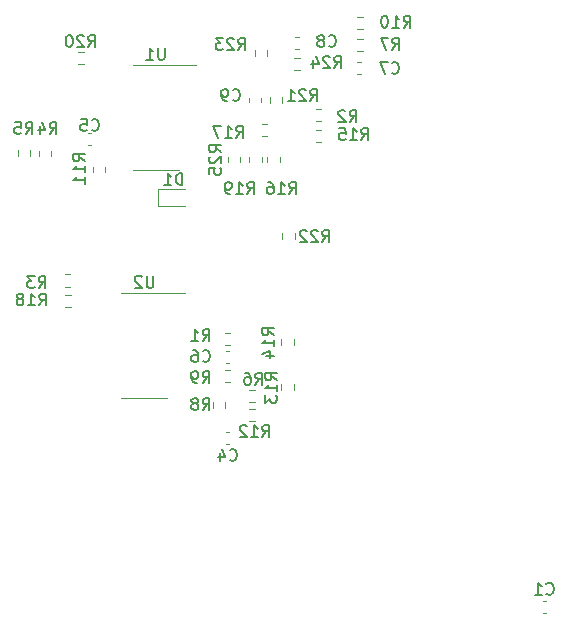
<source format=gbr>
%TF.GenerationSoftware,KiCad,Pcbnew,(7.0.0)*%
%TF.CreationDate,2024-02-24T11:01:10-08:00*%
%TF.ProjectId,Bottom_Board,426f7474-6f6d-45f4-926f-6172642e6b69,0*%
%TF.SameCoordinates,Original*%
%TF.FileFunction,Legend,Bot*%
%TF.FilePolarity,Positive*%
%FSLAX46Y46*%
G04 Gerber Fmt 4.6, Leading zero omitted, Abs format (unit mm)*
G04 Created by KiCad (PCBNEW (7.0.0)) date 2024-02-24 11:01:10*
%MOMM*%
%LPD*%
G01*
G04 APERTURE LIST*
%ADD10C,0.150000*%
%ADD11C,0.120000*%
G04 APERTURE END LIST*
D10*
%TO.C,R19*%
X128912857Y-98411380D02*
X129246190Y-97935190D01*
X129484285Y-98411380D02*
X129484285Y-97411380D01*
X129484285Y-97411380D02*
X129103333Y-97411380D01*
X129103333Y-97411380D02*
X129008095Y-97459000D01*
X129008095Y-97459000D02*
X128960476Y-97506619D01*
X128960476Y-97506619D02*
X128912857Y-97601857D01*
X128912857Y-97601857D02*
X128912857Y-97744714D01*
X128912857Y-97744714D02*
X128960476Y-97839952D01*
X128960476Y-97839952D02*
X129008095Y-97887571D01*
X129008095Y-97887571D02*
X129103333Y-97935190D01*
X129103333Y-97935190D02*
X129484285Y-97935190D01*
X127960476Y-98411380D02*
X128531904Y-98411380D01*
X128246190Y-98411380D02*
X128246190Y-97411380D01*
X128246190Y-97411380D02*
X128341428Y-97554238D01*
X128341428Y-97554238D02*
X128436666Y-97649476D01*
X128436666Y-97649476D02*
X128531904Y-97697095D01*
X127484285Y-98411380D02*
X127293809Y-98411380D01*
X127293809Y-98411380D02*
X127198571Y-98363761D01*
X127198571Y-98363761D02*
X127150952Y-98316142D01*
X127150952Y-98316142D02*
X127055714Y-98173285D01*
X127055714Y-98173285D02*
X127008095Y-97982809D01*
X127008095Y-97982809D02*
X127008095Y-97601857D01*
X127008095Y-97601857D02*
X127055714Y-97506619D01*
X127055714Y-97506619D02*
X127103333Y-97459000D01*
X127103333Y-97459000D02*
X127198571Y-97411380D01*
X127198571Y-97411380D02*
X127389047Y-97411380D01*
X127389047Y-97411380D02*
X127484285Y-97459000D01*
X127484285Y-97459000D02*
X127531904Y-97506619D01*
X127531904Y-97506619D02*
X127579523Y-97601857D01*
X127579523Y-97601857D02*
X127579523Y-97839952D01*
X127579523Y-97839952D02*
X127531904Y-97935190D01*
X127531904Y-97935190D02*
X127484285Y-97982809D01*
X127484285Y-97982809D02*
X127389047Y-98030428D01*
X127389047Y-98030428D02*
X127198571Y-98030428D01*
X127198571Y-98030428D02*
X127103333Y-97982809D01*
X127103333Y-97982809D02*
X127055714Y-97935190D01*
X127055714Y-97935190D02*
X127008095Y-97839952D01*
%TO.C,R11*%
X115175380Y-95623142D02*
X114699190Y-95289809D01*
X115175380Y-95051714D02*
X114175380Y-95051714D01*
X114175380Y-95051714D02*
X114175380Y-95432666D01*
X114175380Y-95432666D02*
X114223000Y-95527904D01*
X114223000Y-95527904D02*
X114270619Y-95575523D01*
X114270619Y-95575523D02*
X114365857Y-95623142D01*
X114365857Y-95623142D02*
X114508714Y-95623142D01*
X114508714Y-95623142D02*
X114603952Y-95575523D01*
X114603952Y-95575523D02*
X114651571Y-95527904D01*
X114651571Y-95527904D02*
X114699190Y-95432666D01*
X114699190Y-95432666D02*
X114699190Y-95051714D01*
X115175380Y-96575523D02*
X115175380Y-96004095D01*
X115175380Y-96289809D02*
X114175380Y-96289809D01*
X114175380Y-96289809D02*
X114318238Y-96194571D01*
X114318238Y-96194571D02*
X114413476Y-96099333D01*
X114413476Y-96099333D02*
X114461095Y-96004095D01*
X115175380Y-97527904D02*
X115175380Y-96956476D01*
X115175380Y-97242190D02*
X114175380Y-97242190D01*
X114175380Y-97242190D02*
X114318238Y-97146952D01*
X114318238Y-97146952D02*
X114413476Y-97051714D01*
X114413476Y-97051714D02*
X114461095Y-96956476D01*
%TO.C,C4*%
X127420666Y-120922142D02*
X127468285Y-120969761D01*
X127468285Y-120969761D02*
X127611142Y-121017380D01*
X127611142Y-121017380D02*
X127706380Y-121017380D01*
X127706380Y-121017380D02*
X127849237Y-120969761D01*
X127849237Y-120969761D02*
X127944475Y-120874523D01*
X127944475Y-120874523D02*
X127992094Y-120779285D01*
X127992094Y-120779285D02*
X128039713Y-120588809D01*
X128039713Y-120588809D02*
X128039713Y-120445952D01*
X128039713Y-120445952D02*
X127992094Y-120255476D01*
X127992094Y-120255476D02*
X127944475Y-120160238D01*
X127944475Y-120160238D02*
X127849237Y-120065000D01*
X127849237Y-120065000D02*
X127706380Y-120017380D01*
X127706380Y-120017380D02*
X127611142Y-120017380D01*
X127611142Y-120017380D02*
X127468285Y-120065000D01*
X127468285Y-120065000D02*
X127420666Y-120112619D01*
X126563523Y-120350714D02*
X126563523Y-121017380D01*
X126801618Y-119969761D02*
X127039713Y-120684047D01*
X127039713Y-120684047D02*
X126420666Y-120684047D01*
%TO.C,R22*%
X135262857Y-102475380D02*
X135596190Y-101999190D01*
X135834285Y-102475380D02*
X135834285Y-101475380D01*
X135834285Y-101475380D02*
X135453333Y-101475380D01*
X135453333Y-101475380D02*
X135358095Y-101523000D01*
X135358095Y-101523000D02*
X135310476Y-101570619D01*
X135310476Y-101570619D02*
X135262857Y-101665857D01*
X135262857Y-101665857D02*
X135262857Y-101808714D01*
X135262857Y-101808714D02*
X135310476Y-101903952D01*
X135310476Y-101903952D02*
X135358095Y-101951571D01*
X135358095Y-101951571D02*
X135453333Y-101999190D01*
X135453333Y-101999190D02*
X135834285Y-101999190D01*
X134881904Y-101570619D02*
X134834285Y-101523000D01*
X134834285Y-101523000D02*
X134739047Y-101475380D01*
X134739047Y-101475380D02*
X134500952Y-101475380D01*
X134500952Y-101475380D02*
X134405714Y-101523000D01*
X134405714Y-101523000D02*
X134358095Y-101570619D01*
X134358095Y-101570619D02*
X134310476Y-101665857D01*
X134310476Y-101665857D02*
X134310476Y-101761095D01*
X134310476Y-101761095D02*
X134358095Y-101903952D01*
X134358095Y-101903952D02*
X134929523Y-102475380D01*
X134929523Y-102475380D02*
X134310476Y-102475380D01*
X133929523Y-101570619D02*
X133881904Y-101523000D01*
X133881904Y-101523000D02*
X133786666Y-101475380D01*
X133786666Y-101475380D02*
X133548571Y-101475380D01*
X133548571Y-101475380D02*
X133453333Y-101523000D01*
X133453333Y-101523000D02*
X133405714Y-101570619D01*
X133405714Y-101570619D02*
X133358095Y-101665857D01*
X133358095Y-101665857D02*
X133358095Y-101761095D01*
X133358095Y-101761095D02*
X133405714Y-101903952D01*
X133405714Y-101903952D02*
X133977142Y-102475380D01*
X133977142Y-102475380D02*
X133358095Y-102475380D01*
%TO.C,C8*%
X135802666Y-85870142D02*
X135850285Y-85917761D01*
X135850285Y-85917761D02*
X135993142Y-85965380D01*
X135993142Y-85965380D02*
X136088380Y-85965380D01*
X136088380Y-85965380D02*
X136231237Y-85917761D01*
X136231237Y-85917761D02*
X136326475Y-85822523D01*
X136326475Y-85822523D02*
X136374094Y-85727285D01*
X136374094Y-85727285D02*
X136421713Y-85536809D01*
X136421713Y-85536809D02*
X136421713Y-85393952D01*
X136421713Y-85393952D02*
X136374094Y-85203476D01*
X136374094Y-85203476D02*
X136326475Y-85108238D01*
X136326475Y-85108238D02*
X136231237Y-85013000D01*
X136231237Y-85013000D02*
X136088380Y-84965380D01*
X136088380Y-84965380D02*
X135993142Y-84965380D01*
X135993142Y-84965380D02*
X135850285Y-85013000D01*
X135850285Y-85013000D02*
X135802666Y-85060619D01*
X135231237Y-85393952D02*
X135326475Y-85346333D01*
X135326475Y-85346333D02*
X135374094Y-85298714D01*
X135374094Y-85298714D02*
X135421713Y-85203476D01*
X135421713Y-85203476D02*
X135421713Y-85155857D01*
X135421713Y-85155857D02*
X135374094Y-85060619D01*
X135374094Y-85060619D02*
X135326475Y-85013000D01*
X135326475Y-85013000D02*
X135231237Y-84965380D01*
X135231237Y-84965380D02*
X135040761Y-84965380D01*
X135040761Y-84965380D02*
X134945523Y-85013000D01*
X134945523Y-85013000D02*
X134897904Y-85060619D01*
X134897904Y-85060619D02*
X134850285Y-85155857D01*
X134850285Y-85155857D02*
X134850285Y-85203476D01*
X134850285Y-85203476D02*
X134897904Y-85298714D01*
X134897904Y-85298714D02*
X134945523Y-85346333D01*
X134945523Y-85346333D02*
X135040761Y-85393952D01*
X135040761Y-85393952D02*
X135231237Y-85393952D01*
X135231237Y-85393952D02*
X135326475Y-85441571D01*
X135326475Y-85441571D02*
X135374094Y-85489190D01*
X135374094Y-85489190D02*
X135421713Y-85584428D01*
X135421713Y-85584428D02*
X135421713Y-85774904D01*
X135421713Y-85774904D02*
X135374094Y-85870142D01*
X135374094Y-85870142D02*
X135326475Y-85917761D01*
X135326475Y-85917761D02*
X135231237Y-85965380D01*
X135231237Y-85965380D02*
X135040761Y-85965380D01*
X135040761Y-85965380D02*
X134945523Y-85917761D01*
X134945523Y-85917761D02*
X134897904Y-85870142D01*
X134897904Y-85870142D02*
X134850285Y-85774904D01*
X134850285Y-85774904D02*
X134850285Y-85584428D01*
X134850285Y-85584428D02*
X134897904Y-85489190D01*
X134897904Y-85489190D02*
X134945523Y-85441571D01*
X134945523Y-85441571D02*
X135040761Y-85393952D01*
%TO.C,U1*%
X121919904Y-86035380D02*
X121919904Y-86844904D01*
X121919904Y-86844904D02*
X121872285Y-86940142D01*
X121872285Y-86940142D02*
X121824666Y-86987761D01*
X121824666Y-86987761D02*
X121729428Y-87035380D01*
X121729428Y-87035380D02*
X121538952Y-87035380D01*
X121538952Y-87035380D02*
X121443714Y-86987761D01*
X121443714Y-86987761D02*
X121396095Y-86940142D01*
X121396095Y-86940142D02*
X121348476Y-86844904D01*
X121348476Y-86844904D02*
X121348476Y-86035380D01*
X120348476Y-87035380D02*
X120919904Y-87035380D01*
X120634190Y-87035380D02*
X120634190Y-86035380D01*
X120634190Y-86035380D02*
X120729428Y-86178238D01*
X120729428Y-86178238D02*
X120824666Y-86273476D01*
X120824666Y-86273476D02*
X120919904Y-86321095D01*
%TO.C,R4*%
X112180666Y-93331380D02*
X112513999Y-92855190D01*
X112752094Y-93331380D02*
X112752094Y-92331380D01*
X112752094Y-92331380D02*
X112371142Y-92331380D01*
X112371142Y-92331380D02*
X112275904Y-92379000D01*
X112275904Y-92379000D02*
X112228285Y-92426619D01*
X112228285Y-92426619D02*
X112180666Y-92521857D01*
X112180666Y-92521857D02*
X112180666Y-92664714D01*
X112180666Y-92664714D02*
X112228285Y-92759952D01*
X112228285Y-92759952D02*
X112275904Y-92807571D01*
X112275904Y-92807571D02*
X112371142Y-92855190D01*
X112371142Y-92855190D02*
X112752094Y-92855190D01*
X111323523Y-92664714D02*
X111323523Y-93331380D01*
X111561618Y-92283761D02*
X111799713Y-92998047D01*
X111799713Y-92998047D02*
X111180666Y-92998047D01*
%TO.C,R14*%
X131177380Y-110355142D02*
X130701190Y-110021809D01*
X131177380Y-109783714D02*
X130177380Y-109783714D01*
X130177380Y-109783714D02*
X130177380Y-110164666D01*
X130177380Y-110164666D02*
X130225000Y-110259904D01*
X130225000Y-110259904D02*
X130272619Y-110307523D01*
X130272619Y-110307523D02*
X130367857Y-110355142D01*
X130367857Y-110355142D02*
X130510714Y-110355142D01*
X130510714Y-110355142D02*
X130605952Y-110307523D01*
X130605952Y-110307523D02*
X130653571Y-110259904D01*
X130653571Y-110259904D02*
X130701190Y-110164666D01*
X130701190Y-110164666D02*
X130701190Y-109783714D01*
X131177380Y-111307523D02*
X131177380Y-110736095D01*
X131177380Y-111021809D02*
X130177380Y-111021809D01*
X130177380Y-111021809D02*
X130320238Y-110926571D01*
X130320238Y-110926571D02*
X130415476Y-110831333D01*
X130415476Y-110831333D02*
X130463095Y-110736095D01*
X130510714Y-112164666D02*
X131177380Y-112164666D01*
X130129761Y-111926571D02*
X130844047Y-111688476D01*
X130844047Y-111688476D02*
X130844047Y-112307523D01*
%TO.C,R25*%
X126699380Y-94861142D02*
X126223190Y-94527809D01*
X126699380Y-94289714D02*
X125699380Y-94289714D01*
X125699380Y-94289714D02*
X125699380Y-94670666D01*
X125699380Y-94670666D02*
X125747000Y-94765904D01*
X125747000Y-94765904D02*
X125794619Y-94813523D01*
X125794619Y-94813523D02*
X125889857Y-94861142D01*
X125889857Y-94861142D02*
X126032714Y-94861142D01*
X126032714Y-94861142D02*
X126127952Y-94813523D01*
X126127952Y-94813523D02*
X126175571Y-94765904D01*
X126175571Y-94765904D02*
X126223190Y-94670666D01*
X126223190Y-94670666D02*
X126223190Y-94289714D01*
X125794619Y-95242095D02*
X125747000Y-95289714D01*
X125747000Y-95289714D02*
X125699380Y-95384952D01*
X125699380Y-95384952D02*
X125699380Y-95623047D01*
X125699380Y-95623047D02*
X125747000Y-95718285D01*
X125747000Y-95718285D02*
X125794619Y-95765904D01*
X125794619Y-95765904D02*
X125889857Y-95813523D01*
X125889857Y-95813523D02*
X125985095Y-95813523D01*
X125985095Y-95813523D02*
X126127952Y-95765904D01*
X126127952Y-95765904D02*
X126699380Y-95194476D01*
X126699380Y-95194476D02*
X126699380Y-95813523D01*
X125699380Y-96718285D02*
X125699380Y-96242095D01*
X125699380Y-96242095D02*
X126175571Y-96194476D01*
X126175571Y-96194476D02*
X126127952Y-96242095D01*
X126127952Y-96242095D02*
X126080333Y-96337333D01*
X126080333Y-96337333D02*
X126080333Y-96575428D01*
X126080333Y-96575428D02*
X126127952Y-96670666D01*
X126127952Y-96670666D02*
X126175571Y-96718285D01*
X126175571Y-96718285D02*
X126270809Y-96765904D01*
X126270809Y-96765904D02*
X126508904Y-96765904D01*
X126508904Y-96765904D02*
X126604142Y-96718285D01*
X126604142Y-96718285D02*
X126651761Y-96670666D01*
X126651761Y-96670666D02*
X126699380Y-96575428D01*
X126699380Y-96575428D02*
X126699380Y-96337333D01*
X126699380Y-96337333D02*
X126651761Y-96242095D01*
X126651761Y-96242095D02*
X126604142Y-96194476D01*
%TO.C,C1*%
X154230666Y-132242942D02*
X154278285Y-132290561D01*
X154278285Y-132290561D02*
X154421142Y-132338180D01*
X154421142Y-132338180D02*
X154516380Y-132338180D01*
X154516380Y-132338180D02*
X154659237Y-132290561D01*
X154659237Y-132290561D02*
X154754475Y-132195323D01*
X154754475Y-132195323D02*
X154802094Y-132100085D01*
X154802094Y-132100085D02*
X154849713Y-131909609D01*
X154849713Y-131909609D02*
X154849713Y-131766752D01*
X154849713Y-131766752D02*
X154802094Y-131576276D01*
X154802094Y-131576276D02*
X154754475Y-131481038D01*
X154754475Y-131481038D02*
X154659237Y-131385800D01*
X154659237Y-131385800D02*
X154516380Y-131338180D01*
X154516380Y-131338180D02*
X154421142Y-131338180D01*
X154421142Y-131338180D02*
X154278285Y-131385800D01*
X154278285Y-131385800D02*
X154230666Y-131433419D01*
X153278285Y-132338180D02*
X153849713Y-132338180D01*
X153563999Y-132338180D02*
X153563999Y-131338180D01*
X153563999Y-131338180D02*
X153659237Y-131481038D01*
X153659237Y-131481038D02*
X153754475Y-131576276D01*
X153754475Y-131576276D02*
X153849713Y-131623895D01*
%TO.C,U2*%
X120968904Y-105339380D02*
X120968904Y-106148904D01*
X120968904Y-106148904D02*
X120921285Y-106244142D01*
X120921285Y-106244142D02*
X120873666Y-106291761D01*
X120873666Y-106291761D02*
X120778428Y-106339380D01*
X120778428Y-106339380D02*
X120587952Y-106339380D01*
X120587952Y-106339380D02*
X120492714Y-106291761D01*
X120492714Y-106291761D02*
X120445095Y-106244142D01*
X120445095Y-106244142D02*
X120397476Y-106148904D01*
X120397476Y-106148904D02*
X120397476Y-105339380D01*
X119968904Y-105434619D02*
X119921285Y-105387000D01*
X119921285Y-105387000D02*
X119826047Y-105339380D01*
X119826047Y-105339380D02*
X119587952Y-105339380D01*
X119587952Y-105339380D02*
X119492714Y-105387000D01*
X119492714Y-105387000D02*
X119445095Y-105434619D01*
X119445095Y-105434619D02*
X119397476Y-105529857D01*
X119397476Y-105529857D02*
X119397476Y-105625095D01*
X119397476Y-105625095D02*
X119445095Y-105767952D01*
X119445095Y-105767952D02*
X120016523Y-106339380D01*
X120016523Y-106339380D02*
X119397476Y-106339380D01*
%TO.C,R12*%
X130182857Y-118985380D02*
X130516190Y-118509190D01*
X130754285Y-118985380D02*
X130754285Y-117985380D01*
X130754285Y-117985380D02*
X130373333Y-117985380D01*
X130373333Y-117985380D02*
X130278095Y-118033000D01*
X130278095Y-118033000D02*
X130230476Y-118080619D01*
X130230476Y-118080619D02*
X130182857Y-118175857D01*
X130182857Y-118175857D02*
X130182857Y-118318714D01*
X130182857Y-118318714D02*
X130230476Y-118413952D01*
X130230476Y-118413952D02*
X130278095Y-118461571D01*
X130278095Y-118461571D02*
X130373333Y-118509190D01*
X130373333Y-118509190D02*
X130754285Y-118509190D01*
X129230476Y-118985380D02*
X129801904Y-118985380D01*
X129516190Y-118985380D02*
X129516190Y-117985380D01*
X129516190Y-117985380D02*
X129611428Y-118128238D01*
X129611428Y-118128238D02*
X129706666Y-118223476D01*
X129706666Y-118223476D02*
X129801904Y-118271095D01*
X128849523Y-118080619D02*
X128801904Y-118033000D01*
X128801904Y-118033000D02*
X128706666Y-117985380D01*
X128706666Y-117985380D02*
X128468571Y-117985380D01*
X128468571Y-117985380D02*
X128373333Y-118033000D01*
X128373333Y-118033000D02*
X128325714Y-118080619D01*
X128325714Y-118080619D02*
X128278095Y-118175857D01*
X128278095Y-118175857D02*
X128278095Y-118271095D01*
X128278095Y-118271095D02*
X128325714Y-118413952D01*
X128325714Y-118413952D02*
X128897142Y-118985380D01*
X128897142Y-118985380D02*
X128278095Y-118985380D01*
%TO.C,R18*%
X111281467Y-107834780D02*
X111614800Y-107358590D01*
X111852895Y-107834780D02*
X111852895Y-106834780D01*
X111852895Y-106834780D02*
X111471943Y-106834780D01*
X111471943Y-106834780D02*
X111376705Y-106882400D01*
X111376705Y-106882400D02*
X111329086Y-106930019D01*
X111329086Y-106930019D02*
X111281467Y-107025257D01*
X111281467Y-107025257D02*
X111281467Y-107168114D01*
X111281467Y-107168114D02*
X111329086Y-107263352D01*
X111329086Y-107263352D02*
X111376705Y-107310971D01*
X111376705Y-107310971D02*
X111471943Y-107358590D01*
X111471943Y-107358590D02*
X111852895Y-107358590D01*
X110329086Y-107834780D02*
X110900514Y-107834780D01*
X110614800Y-107834780D02*
X110614800Y-106834780D01*
X110614800Y-106834780D02*
X110710038Y-106977638D01*
X110710038Y-106977638D02*
X110805276Y-107072876D01*
X110805276Y-107072876D02*
X110900514Y-107120495D01*
X109757657Y-107263352D02*
X109852895Y-107215733D01*
X109852895Y-107215733D02*
X109900514Y-107168114D01*
X109900514Y-107168114D02*
X109948133Y-107072876D01*
X109948133Y-107072876D02*
X109948133Y-107025257D01*
X109948133Y-107025257D02*
X109900514Y-106930019D01*
X109900514Y-106930019D02*
X109852895Y-106882400D01*
X109852895Y-106882400D02*
X109757657Y-106834780D01*
X109757657Y-106834780D02*
X109567181Y-106834780D01*
X109567181Y-106834780D02*
X109471943Y-106882400D01*
X109471943Y-106882400D02*
X109424324Y-106930019D01*
X109424324Y-106930019D02*
X109376705Y-107025257D01*
X109376705Y-107025257D02*
X109376705Y-107072876D01*
X109376705Y-107072876D02*
X109424324Y-107168114D01*
X109424324Y-107168114D02*
X109471943Y-107215733D01*
X109471943Y-107215733D02*
X109567181Y-107263352D01*
X109567181Y-107263352D02*
X109757657Y-107263352D01*
X109757657Y-107263352D02*
X109852895Y-107310971D01*
X109852895Y-107310971D02*
X109900514Y-107358590D01*
X109900514Y-107358590D02*
X109948133Y-107453828D01*
X109948133Y-107453828D02*
X109948133Y-107644304D01*
X109948133Y-107644304D02*
X109900514Y-107739542D01*
X109900514Y-107739542D02*
X109852895Y-107787161D01*
X109852895Y-107787161D02*
X109757657Y-107834780D01*
X109757657Y-107834780D02*
X109567181Y-107834780D01*
X109567181Y-107834780D02*
X109471943Y-107787161D01*
X109471943Y-107787161D02*
X109424324Y-107739542D01*
X109424324Y-107739542D02*
X109376705Y-107644304D01*
X109376705Y-107644304D02*
X109376705Y-107453828D01*
X109376705Y-107453828D02*
X109424324Y-107358590D01*
X109424324Y-107358590D02*
X109471943Y-107310971D01*
X109471943Y-107310971D02*
X109567181Y-107263352D01*
%TO.C,R10*%
X142152647Y-84320480D02*
X142485980Y-83844290D01*
X142724075Y-84320480D02*
X142724075Y-83320480D01*
X142724075Y-83320480D02*
X142343123Y-83320480D01*
X142343123Y-83320480D02*
X142247885Y-83368100D01*
X142247885Y-83368100D02*
X142200266Y-83415719D01*
X142200266Y-83415719D02*
X142152647Y-83510957D01*
X142152647Y-83510957D02*
X142152647Y-83653814D01*
X142152647Y-83653814D02*
X142200266Y-83749052D01*
X142200266Y-83749052D02*
X142247885Y-83796671D01*
X142247885Y-83796671D02*
X142343123Y-83844290D01*
X142343123Y-83844290D02*
X142724075Y-83844290D01*
X141200266Y-84320480D02*
X141771694Y-84320480D01*
X141485980Y-84320480D02*
X141485980Y-83320480D01*
X141485980Y-83320480D02*
X141581218Y-83463338D01*
X141581218Y-83463338D02*
X141676456Y-83558576D01*
X141676456Y-83558576D02*
X141771694Y-83606195D01*
X140581218Y-83320480D02*
X140485980Y-83320480D01*
X140485980Y-83320480D02*
X140390742Y-83368100D01*
X140390742Y-83368100D02*
X140343123Y-83415719D01*
X140343123Y-83415719D02*
X140295504Y-83510957D01*
X140295504Y-83510957D02*
X140247885Y-83701433D01*
X140247885Y-83701433D02*
X140247885Y-83939528D01*
X140247885Y-83939528D02*
X140295504Y-84130004D01*
X140295504Y-84130004D02*
X140343123Y-84225242D01*
X140343123Y-84225242D02*
X140390742Y-84272861D01*
X140390742Y-84272861D02*
X140485980Y-84320480D01*
X140485980Y-84320480D02*
X140581218Y-84320480D01*
X140581218Y-84320480D02*
X140676456Y-84272861D01*
X140676456Y-84272861D02*
X140724075Y-84225242D01*
X140724075Y-84225242D02*
X140771694Y-84130004D01*
X140771694Y-84130004D02*
X140819313Y-83939528D01*
X140819313Y-83939528D02*
X140819313Y-83701433D01*
X140819313Y-83701433D02*
X140771694Y-83510957D01*
X140771694Y-83510957D02*
X140724075Y-83415719D01*
X140724075Y-83415719D02*
X140676456Y-83368100D01*
X140676456Y-83368100D02*
X140581218Y-83320480D01*
%TO.C,R20*%
X115450857Y-85965380D02*
X115784190Y-85489190D01*
X116022285Y-85965380D02*
X116022285Y-84965380D01*
X116022285Y-84965380D02*
X115641333Y-84965380D01*
X115641333Y-84965380D02*
X115546095Y-85013000D01*
X115546095Y-85013000D02*
X115498476Y-85060619D01*
X115498476Y-85060619D02*
X115450857Y-85155857D01*
X115450857Y-85155857D02*
X115450857Y-85298714D01*
X115450857Y-85298714D02*
X115498476Y-85393952D01*
X115498476Y-85393952D02*
X115546095Y-85441571D01*
X115546095Y-85441571D02*
X115641333Y-85489190D01*
X115641333Y-85489190D02*
X116022285Y-85489190D01*
X115069904Y-85060619D02*
X115022285Y-85013000D01*
X115022285Y-85013000D02*
X114927047Y-84965380D01*
X114927047Y-84965380D02*
X114688952Y-84965380D01*
X114688952Y-84965380D02*
X114593714Y-85013000D01*
X114593714Y-85013000D02*
X114546095Y-85060619D01*
X114546095Y-85060619D02*
X114498476Y-85155857D01*
X114498476Y-85155857D02*
X114498476Y-85251095D01*
X114498476Y-85251095D02*
X114546095Y-85393952D01*
X114546095Y-85393952D02*
X115117523Y-85965380D01*
X115117523Y-85965380D02*
X114498476Y-85965380D01*
X113879428Y-84965380D02*
X113784190Y-84965380D01*
X113784190Y-84965380D02*
X113688952Y-85013000D01*
X113688952Y-85013000D02*
X113641333Y-85060619D01*
X113641333Y-85060619D02*
X113593714Y-85155857D01*
X113593714Y-85155857D02*
X113546095Y-85346333D01*
X113546095Y-85346333D02*
X113546095Y-85584428D01*
X113546095Y-85584428D02*
X113593714Y-85774904D01*
X113593714Y-85774904D02*
X113641333Y-85870142D01*
X113641333Y-85870142D02*
X113688952Y-85917761D01*
X113688952Y-85917761D02*
X113784190Y-85965380D01*
X113784190Y-85965380D02*
X113879428Y-85965380D01*
X113879428Y-85965380D02*
X113974666Y-85917761D01*
X113974666Y-85917761D02*
X114022285Y-85870142D01*
X114022285Y-85870142D02*
X114069904Y-85774904D01*
X114069904Y-85774904D02*
X114117523Y-85584428D01*
X114117523Y-85584428D02*
X114117523Y-85346333D01*
X114117523Y-85346333D02*
X114069904Y-85155857D01*
X114069904Y-85155857D02*
X114022285Y-85060619D01*
X114022285Y-85060619D02*
X113974666Y-85013000D01*
X113974666Y-85013000D02*
X113879428Y-84965380D01*
%TO.C,R2*%
X137580666Y-92315380D02*
X137913999Y-91839190D01*
X138152094Y-92315380D02*
X138152094Y-91315380D01*
X138152094Y-91315380D02*
X137771142Y-91315380D01*
X137771142Y-91315380D02*
X137675904Y-91363000D01*
X137675904Y-91363000D02*
X137628285Y-91410619D01*
X137628285Y-91410619D02*
X137580666Y-91505857D01*
X137580666Y-91505857D02*
X137580666Y-91648714D01*
X137580666Y-91648714D02*
X137628285Y-91743952D01*
X137628285Y-91743952D02*
X137675904Y-91791571D01*
X137675904Y-91791571D02*
X137771142Y-91839190D01*
X137771142Y-91839190D02*
X138152094Y-91839190D01*
X137199713Y-91410619D02*
X137152094Y-91363000D01*
X137152094Y-91363000D02*
X137056856Y-91315380D01*
X137056856Y-91315380D02*
X136818761Y-91315380D01*
X136818761Y-91315380D02*
X136723523Y-91363000D01*
X136723523Y-91363000D02*
X136675904Y-91410619D01*
X136675904Y-91410619D02*
X136628285Y-91505857D01*
X136628285Y-91505857D02*
X136628285Y-91601095D01*
X136628285Y-91601095D02*
X136675904Y-91743952D01*
X136675904Y-91743952D02*
X137247332Y-92315380D01*
X137247332Y-92315380D02*
X136628285Y-92315380D01*
%TO.C,R9*%
X125134666Y-114413380D02*
X125467999Y-113937190D01*
X125706094Y-114413380D02*
X125706094Y-113413380D01*
X125706094Y-113413380D02*
X125325142Y-113413380D01*
X125325142Y-113413380D02*
X125229904Y-113461000D01*
X125229904Y-113461000D02*
X125182285Y-113508619D01*
X125182285Y-113508619D02*
X125134666Y-113603857D01*
X125134666Y-113603857D02*
X125134666Y-113746714D01*
X125134666Y-113746714D02*
X125182285Y-113841952D01*
X125182285Y-113841952D02*
X125229904Y-113889571D01*
X125229904Y-113889571D02*
X125325142Y-113937190D01*
X125325142Y-113937190D02*
X125706094Y-113937190D01*
X124658475Y-114413380D02*
X124467999Y-114413380D01*
X124467999Y-114413380D02*
X124372761Y-114365761D01*
X124372761Y-114365761D02*
X124325142Y-114318142D01*
X124325142Y-114318142D02*
X124229904Y-114175285D01*
X124229904Y-114175285D02*
X124182285Y-113984809D01*
X124182285Y-113984809D02*
X124182285Y-113603857D01*
X124182285Y-113603857D02*
X124229904Y-113508619D01*
X124229904Y-113508619D02*
X124277523Y-113461000D01*
X124277523Y-113461000D02*
X124372761Y-113413380D01*
X124372761Y-113413380D02*
X124563237Y-113413380D01*
X124563237Y-113413380D02*
X124658475Y-113461000D01*
X124658475Y-113461000D02*
X124706094Y-113508619D01*
X124706094Y-113508619D02*
X124753713Y-113603857D01*
X124753713Y-113603857D02*
X124753713Y-113841952D01*
X124753713Y-113841952D02*
X124706094Y-113937190D01*
X124706094Y-113937190D02*
X124658475Y-113984809D01*
X124658475Y-113984809D02*
X124563237Y-114032428D01*
X124563237Y-114032428D02*
X124372761Y-114032428D01*
X124372761Y-114032428D02*
X124277523Y-113984809D01*
X124277523Y-113984809D02*
X124229904Y-113937190D01*
X124229904Y-113937190D02*
X124182285Y-113841952D01*
%TO.C,R7*%
X141197666Y-86177855D02*
X141530999Y-85701665D01*
X141769094Y-86177855D02*
X141769094Y-85177855D01*
X141769094Y-85177855D02*
X141388142Y-85177855D01*
X141388142Y-85177855D02*
X141292904Y-85225475D01*
X141292904Y-85225475D02*
X141245285Y-85273094D01*
X141245285Y-85273094D02*
X141197666Y-85368332D01*
X141197666Y-85368332D02*
X141197666Y-85511189D01*
X141197666Y-85511189D02*
X141245285Y-85606427D01*
X141245285Y-85606427D02*
X141292904Y-85654046D01*
X141292904Y-85654046D02*
X141388142Y-85701665D01*
X141388142Y-85701665D02*
X141769094Y-85701665D01*
X140864332Y-85177855D02*
X140197666Y-85177855D01*
X140197666Y-85177855D02*
X140626237Y-86177855D01*
%TO.C,C6*%
X125134666Y-112540142D02*
X125182285Y-112587761D01*
X125182285Y-112587761D02*
X125325142Y-112635380D01*
X125325142Y-112635380D02*
X125420380Y-112635380D01*
X125420380Y-112635380D02*
X125563237Y-112587761D01*
X125563237Y-112587761D02*
X125658475Y-112492523D01*
X125658475Y-112492523D02*
X125706094Y-112397285D01*
X125706094Y-112397285D02*
X125753713Y-112206809D01*
X125753713Y-112206809D02*
X125753713Y-112063952D01*
X125753713Y-112063952D02*
X125706094Y-111873476D01*
X125706094Y-111873476D02*
X125658475Y-111778238D01*
X125658475Y-111778238D02*
X125563237Y-111683000D01*
X125563237Y-111683000D02*
X125420380Y-111635380D01*
X125420380Y-111635380D02*
X125325142Y-111635380D01*
X125325142Y-111635380D02*
X125182285Y-111683000D01*
X125182285Y-111683000D02*
X125134666Y-111730619D01*
X124277523Y-111635380D02*
X124467999Y-111635380D01*
X124467999Y-111635380D02*
X124563237Y-111683000D01*
X124563237Y-111683000D02*
X124610856Y-111730619D01*
X124610856Y-111730619D02*
X124706094Y-111873476D01*
X124706094Y-111873476D02*
X124753713Y-112063952D01*
X124753713Y-112063952D02*
X124753713Y-112444904D01*
X124753713Y-112444904D02*
X124706094Y-112540142D01*
X124706094Y-112540142D02*
X124658475Y-112587761D01*
X124658475Y-112587761D02*
X124563237Y-112635380D01*
X124563237Y-112635380D02*
X124372761Y-112635380D01*
X124372761Y-112635380D02*
X124277523Y-112587761D01*
X124277523Y-112587761D02*
X124229904Y-112540142D01*
X124229904Y-112540142D02*
X124182285Y-112444904D01*
X124182285Y-112444904D02*
X124182285Y-112206809D01*
X124182285Y-112206809D02*
X124229904Y-112111571D01*
X124229904Y-112111571D02*
X124277523Y-112063952D01*
X124277523Y-112063952D02*
X124372761Y-112016333D01*
X124372761Y-112016333D02*
X124563237Y-112016333D01*
X124563237Y-112016333D02*
X124658475Y-112063952D01*
X124658475Y-112063952D02*
X124706094Y-112111571D01*
X124706094Y-112111571D02*
X124753713Y-112206809D01*
%TO.C,C9*%
X127674666Y-90442142D02*
X127722285Y-90489761D01*
X127722285Y-90489761D02*
X127865142Y-90537380D01*
X127865142Y-90537380D02*
X127960380Y-90537380D01*
X127960380Y-90537380D02*
X128103237Y-90489761D01*
X128103237Y-90489761D02*
X128198475Y-90394523D01*
X128198475Y-90394523D02*
X128246094Y-90299285D01*
X128246094Y-90299285D02*
X128293713Y-90108809D01*
X128293713Y-90108809D02*
X128293713Y-89965952D01*
X128293713Y-89965952D02*
X128246094Y-89775476D01*
X128246094Y-89775476D02*
X128198475Y-89680238D01*
X128198475Y-89680238D02*
X128103237Y-89585000D01*
X128103237Y-89585000D02*
X127960380Y-89537380D01*
X127960380Y-89537380D02*
X127865142Y-89537380D01*
X127865142Y-89537380D02*
X127722285Y-89585000D01*
X127722285Y-89585000D02*
X127674666Y-89632619D01*
X127198475Y-90537380D02*
X127007999Y-90537380D01*
X127007999Y-90537380D02*
X126912761Y-90489761D01*
X126912761Y-90489761D02*
X126865142Y-90442142D01*
X126865142Y-90442142D02*
X126769904Y-90299285D01*
X126769904Y-90299285D02*
X126722285Y-90108809D01*
X126722285Y-90108809D02*
X126722285Y-89727857D01*
X126722285Y-89727857D02*
X126769904Y-89632619D01*
X126769904Y-89632619D02*
X126817523Y-89585000D01*
X126817523Y-89585000D02*
X126912761Y-89537380D01*
X126912761Y-89537380D02*
X127103237Y-89537380D01*
X127103237Y-89537380D02*
X127198475Y-89585000D01*
X127198475Y-89585000D02*
X127246094Y-89632619D01*
X127246094Y-89632619D02*
X127293713Y-89727857D01*
X127293713Y-89727857D02*
X127293713Y-89965952D01*
X127293713Y-89965952D02*
X127246094Y-90061190D01*
X127246094Y-90061190D02*
X127198475Y-90108809D01*
X127198475Y-90108809D02*
X127103237Y-90156428D01*
X127103237Y-90156428D02*
X126912761Y-90156428D01*
X126912761Y-90156428D02*
X126817523Y-90108809D01*
X126817523Y-90108809D02*
X126769904Y-90061190D01*
X126769904Y-90061190D02*
X126722285Y-89965952D01*
%TO.C,R16*%
X132468857Y-98411380D02*
X132802190Y-97935190D01*
X133040285Y-98411380D02*
X133040285Y-97411380D01*
X133040285Y-97411380D02*
X132659333Y-97411380D01*
X132659333Y-97411380D02*
X132564095Y-97459000D01*
X132564095Y-97459000D02*
X132516476Y-97506619D01*
X132516476Y-97506619D02*
X132468857Y-97601857D01*
X132468857Y-97601857D02*
X132468857Y-97744714D01*
X132468857Y-97744714D02*
X132516476Y-97839952D01*
X132516476Y-97839952D02*
X132564095Y-97887571D01*
X132564095Y-97887571D02*
X132659333Y-97935190D01*
X132659333Y-97935190D02*
X133040285Y-97935190D01*
X131516476Y-98411380D02*
X132087904Y-98411380D01*
X131802190Y-98411380D02*
X131802190Y-97411380D01*
X131802190Y-97411380D02*
X131897428Y-97554238D01*
X131897428Y-97554238D02*
X131992666Y-97649476D01*
X131992666Y-97649476D02*
X132087904Y-97697095D01*
X130659333Y-97411380D02*
X130849809Y-97411380D01*
X130849809Y-97411380D02*
X130945047Y-97459000D01*
X130945047Y-97459000D02*
X130992666Y-97506619D01*
X130992666Y-97506619D02*
X131087904Y-97649476D01*
X131087904Y-97649476D02*
X131135523Y-97839952D01*
X131135523Y-97839952D02*
X131135523Y-98220904D01*
X131135523Y-98220904D02*
X131087904Y-98316142D01*
X131087904Y-98316142D02*
X131040285Y-98363761D01*
X131040285Y-98363761D02*
X130945047Y-98411380D01*
X130945047Y-98411380D02*
X130754571Y-98411380D01*
X130754571Y-98411380D02*
X130659333Y-98363761D01*
X130659333Y-98363761D02*
X130611714Y-98316142D01*
X130611714Y-98316142D02*
X130564095Y-98220904D01*
X130564095Y-98220904D02*
X130564095Y-97982809D01*
X130564095Y-97982809D02*
X130611714Y-97887571D01*
X130611714Y-97887571D02*
X130659333Y-97839952D01*
X130659333Y-97839952D02*
X130754571Y-97792333D01*
X130754571Y-97792333D02*
X130945047Y-97792333D01*
X130945047Y-97792333D02*
X131040285Y-97839952D01*
X131040285Y-97839952D02*
X131087904Y-97887571D01*
X131087904Y-97887571D02*
X131135523Y-97982809D01*
%TO.C,R6*%
X129600396Y-114549176D02*
X129933729Y-114072986D01*
X130171824Y-114549176D02*
X130171824Y-113549176D01*
X130171824Y-113549176D02*
X129790872Y-113549176D01*
X129790872Y-113549176D02*
X129695634Y-113596796D01*
X129695634Y-113596796D02*
X129648015Y-113644415D01*
X129648015Y-113644415D02*
X129600396Y-113739653D01*
X129600396Y-113739653D02*
X129600396Y-113882510D01*
X129600396Y-113882510D02*
X129648015Y-113977748D01*
X129648015Y-113977748D02*
X129695634Y-114025367D01*
X129695634Y-114025367D02*
X129790872Y-114072986D01*
X129790872Y-114072986D02*
X130171824Y-114072986D01*
X128743253Y-113549176D02*
X128933729Y-113549176D01*
X128933729Y-113549176D02*
X129028967Y-113596796D01*
X129028967Y-113596796D02*
X129076586Y-113644415D01*
X129076586Y-113644415D02*
X129171824Y-113787272D01*
X129171824Y-113787272D02*
X129219443Y-113977748D01*
X129219443Y-113977748D02*
X129219443Y-114358700D01*
X129219443Y-114358700D02*
X129171824Y-114453938D01*
X129171824Y-114453938D02*
X129124205Y-114501557D01*
X129124205Y-114501557D02*
X129028967Y-114549176D01*
X129028967Y-114549176D02*
X128838491Y-114549176D01*
X128838491Y-114549176D02*
X128743253Y-114501557D01*
X128743253Y-114501557D02*
X128695634Y-114453938D01*
X128695634Y-114453938D02*
X128648015Y-114358700D01*
X128648015Y-114358700D02*
X128648015Y-114120605D01*
X128648015Y-114120605D02*
X128695634Y-114025367D01*
X128695634Y-114025367D02*
X128743253Y-113977748D01*
X128743253Y-113977748D02*
X128838491Y-113930129D01*
X128838491Y-113930129D02*
X129028967Y-113930129D01*
X129028967Y-113930129D02*
X129124205Y-113977748D01*
X129124205Y-113977748D02*
X129171824Y-114025367D01*
X129171824Y-114025367D02*
X129219443Y-114120605D01*
%TO.C,R1*%
X125134666Y-110857380D02*
X125467999Y-110381190D01*
X125706094Y-110857380D02*
X125706094Y-109857380D01*
X125706094Y-109857380D02*
X125325142Y-109857380D01*
X125325142Y-109857380D02*
X125229904Y-109905000D01*
X125229904Y-109905000D02*
X125182285Y-109952619D01*
X125182285Y-109952619D02*
X125134666Y-110047857D01*
X125134666Y-110047857D02*
X125134666Y-110190714D01*
X125134666Y-110190714D02*
X125182285Y-110285952D01*
X125182285Y-110285952D02*
X125229904Y-110333571D01*
X125229904Y-110333571D02*
X125325142Y-110381190D01*
X125325142Y-110381190D02*
X125706094Y-110381190D01*
X124182285Y-110857380D02*
X124753713Y-110857380D01*
X124467999Y-110857380D02*
X124467999Y-109857380D01*
X124467999Y-109857380D02*
X124563237Y-110000238D01*
X124563237Y-110000238D02*
X124658475Y-110095476D01*
X124658475Y-110095476D02*
X124753713Y-110143095D01*
%TO.C,R3*%
X111242866Y-106361580D02*
X111576199Y-105885390D01*
X111814294Y-106361580D02*
X111814294Y-105361580D01*
X111814294Y-105361580D02*
X111433342Y-105361580D01*
X111433342Y-105361580D02*
X111338104Y-105409200D01*
X111338104Y-105409200D02*
X111290485Y-105456819D01*
X111290485Y-105456819D02*
X111242866Y-105552057D01*
X111242866Y-105552057D02*
X111242866Y-105694914D01*
X111242866Y-105694914D02*
X111290485Y-105790152D01*
X111290485Y-105790152D02*
X111338104Y-105837771D01*
X111338104Y-105837771D02*
X111433342Y-105885390D01*
X111433342Y-105885390D02*
X111814294Y-105885390D01*
X110909532Y-105361580D02*
X110290485Y-105361580D01*
X110290485Y-105361580D02*
X110623818Y-105742533D01*
X110623818Y-105742533D02*
X110480961Y-105742533D01*
X110480961Y-105742533D02*
X110385723Y-105790152D01*
X110385723Y-105790152D02*
X110338104Y-105837771D01*
X110338104Y-105837771D02*
X110290485Y-105933009D01*
X110290485Y-105933009D02*
X110290485Y-106171104D01*
X110290485Y-106171104D02*
X110338104Y-106266342D01*
X110338104Y-106266342D02*
X110385723Y-106313961D01*
X110385723Y-106313961D02*
X110480961Y-106361580D01*
X110480961Y-106361580D02*
X110766675Y-106361580D01*
X110766675Y-106361580D02*
X110861913Y-106313961D01*
X110861913Y-106313961D02*
X110909532Y-106266342D01*
%TO.C,R24*%
X136278857Y-87743380D02*
X136612190Y-87267190D01*
X136850285Y-87743380D02*
X136850285Y-86743380D01*
X136850285Y-86743380D02*
X136469333Y-86743380D01*
X136469333Y-86743380D02*
X136374095Y-86791000D01*
X136374095Y-86791000D02*
X136326476Y-86838619D01*
X136326476Y-86838619D02*
X136278857Y-86933857D01*
X136278857Y-86933857D02*
X136278857Y-87076714D01*
X136278857Y-87076714D02*
X136326476Y-87171952D01*
X136326476Y-87171952D02*
X136374095Y-87219571D01*
X136374095Y-87219571D02*
X136469333Y-87267190D01*
X136469333Y-87267190D02*
X136850285Y-87267190D01*
X135897904Y-86838619D02*
X135850285Y-86791000D01*
X135850285Y-86791000D02*
X135755047Y-86743380D01*
X135755047Y-86743380D02*
X135516952Y-86743380D01*
X135516952Y-86743380D02*
X135421714Y-86791000D01*
X135421714Y-86791000D02*
X135374095Y-86838619D01*
X135374095Y-86838619D02*
X135326476Y-86933857D01*
X135326476Y-86933857D02*
X135326476Y-87029095D01*
X135326476Y-87029095D02*
X135374095Y-87171952D01*
X135374095Y-87171952D02*
X135945523Y-87743380D01*
X135945523Y-87743380D02*
X135326476Y-87743380D01*
X134469333Y-87076714D02*
X134469333Y-87743380D01*
X134707428Y-86695761D02*
X134945523Y-87410047D01*
X134945523Y-87410047D02*
X134326476Y-87410047D01*
%TO.C,D1*%
X123420094Y-97649380D02*
X123420094Y-96649380D01*
X123420094Y-96649380D02*
X123181999Y-96649380D01*
X123181999Y-96649380D02*
X123039142Y-96697000D01*
X123039142Y-96697000D02*
X122943904Y-96792238D01*
X122943904Y-96792238D02*
X122896285Y-96887476D01*
X122896285Y-96887476D02*
X122848666Y-97077952D01*
X122848666Y-97077952D02*
X122848666Y-97220809D01*
X122848666Y-97220809D02*
X122896285Y-97411285D01*
X122896285Y-97411285D02*
X122943904Y-97506523D01*
X122943904Y-97506523D02*
X123039142Y-97601761D01*
X123039142Y-97601761D02*
X123181999Y-97649380D01*
X123181999Y-97649380D02*
X123420094Y-97649380D01*
X121896285Y-97649380D02*
X122467713Y-97649380D01*
X122181999Y-97649380D02*
X122181999Y-96649380D01*
X122181999Y-96649380D02*
X122277237Y-96792238D01*
X122277237Y-96792238D02*
X122372475Y-96887476D01*
X122372475Y-96887476D02*
X122467713Y-96935095D01*
%TO.C,R15*%
X138564857Y-93839380D02*
X138898190Y-93363190D01*
X139136285Y-93839380D02*
X139136285Y-92839380D01*
X139136285Y-92839380D02*
X138755333Y-92839380D01*
X138755333Y-92839380D02*
X138660095Y-92887000D01*
X138660095Y-92887000D02*
X138612476Y-92934619D01*
X138612476Y-92934619D02*
X138564857Y-93029857D01*
X138564857Y-93029857D02*
X138564857Y-93172714D01*
X138564857Y-93172714D02*
X138612476Y-93267952D01*
X138612476Y-93267952D02*
X138660095Y-93315571D01*
X138660095Y-93315571D02*
X138755333Y-93363190D01*
X138755333Y-93363190D02*
X139136285Y-93363190D01*
X137612476Y-93839380D02*
X138183904Y-93839380D01*
X137898190Y-93839380D02*
X137898190Y-92839380D01*
X137898190Y-92839380D02*
X137993428Y-92982238D01*
X137993428Y-92982238D02*
X138088666Y-93077476D01*
X138088666Y-93077476D02*
X138183904Y-93125095D01*
X136707714Y-92839380D02*
X137183904Y-92839380D01*
X137183904Y-92839380D02*
X137231523Y-93315571D01*
X137231523Y-93315571D02*
X137183904Y-93267952D01*
X137183904Y-93267952D02*
X137088666Y-93220333D01*
X137088666Y-93220333D02*
X136850571Y-93220333D01*
X136850571Y-93220333D02*
X136755333Y-93267952D01*
X136755333Y-93267952D02*
X136707714Y-93315571D01*
X136707714Y-93315571D02*
X136660095Y-93410809D01*
X136660095Y-93410809D02*
X136660095Y-93648904D01*
X136660095Y-93648904D02*
X136707714Y-93744142D01*
X136707714Y-93744142D02*
X136755333Y-93791761D01*
X136755333Y-93791761D02*
X136850571Y-93839380D01*
X136850571Y-93839380D02*
X137088666Y-93839380D01*
X137088666Y-93839380D02*
X137183904Y-93791761D01*
X137183904Y-93791761D02*
X137231523Y-93744142D01*
%TO.C,C7*%
X141136666Y-88156142D02*
X141184285Y-88203761D01*
X141184285Y-88203761D02*
X141327142Y-88251380D01*
X141327142Y-88251380D02*
X141422380Y-88251380D01*
X141422380Y-88251380D02*
X141565237Y-88203761D01*
X141565237Y-88203761D02*
X141660475Y-88108523D01*
X141660475Y-88108523D02*
X141708094Y-88013285D01*
X141708094Y-88013285D02*
X141755713Y-87822809D01*
X141755713Y-87822809D02*
X141755713Y-87679952D01*
X141755713Y-87679952D02*
X141708094Y-87489476D01*
X141708094Y-87489476D02*
X141660475Y-87394238D01*
X141660475Y-87394238D02*
X141565237Y-87299000D01*
X141565237Y-87299000D02*
X141422380Y-87251380D01*
X141422380Y-87251380D02*
X141327142Y-87251380D01*
X141327142Y-87251380D02*
X141184285Y-87299000D01*
X141184285Y-87299000D02*
X141136666Y-87346619D01*
X140803332Y-87251380D02*
X140136666Y-87251380D01*
X140136666Y-87251380D02*
X140565237Y-88251380D01*
%TO.C,R21*%
X134246857Y-90537380D02*
X134580190Y-90061190D01*
X134818285Y-90537380D02*
X134818285Y-89537380D01*
X134818285Y-89537380D02*
X134437333Y-89537380D01*
X134437333Y-89537380D02*
X134342095Y-89585000D01*
X134342095Y-89585000D02*
X134294476Y-89632619D01*
X134294476Y-89632619D02*
X134246857Y-89727857D01*
X134246857Y-89727857D02*
X134246857Y-89870714D01*
X134246857Y-89870714D02*
X134294476Y-89965952D01*
X134294476Y-89965952D02*
X134342095Y-90013571D01*
X134342095Y-90013571D02*
X134437333Y-90061190D01*
X134437333Y-90061190D02*
X134818285Y-90061190D01*
X133865904Y-89632619D02*
X133818285Y-89585000D01*
X133818285Y-89585000D02*
X133723047Y-89537380D01*
X133723047Y-89537380D02*
X133484952Y-89537380D01*
X133484952Y-89537380D02*
X133389714Y-89585000D01*
X133389714Y-89585000D02*
X133342095Y-89632619D01*
X133342095Y-89632619D02*
X133294476Y-89727857D01*
X133294476Y-89727857D02*
X133294476Y-89823095D01*
X133294476Y-89823095D02*
X133342095Y-89965952D01*
X133342095Y-89965952D02*
X133913523Y-90537380D01*
X133913523Y-90537380D02*
X133294476Y-90537380D01*
X132342095Y-90537380D02*
X132913523Y-90537380D01*
X132627809Y-90537380D02*
X132627809Y-89537380D01*
X132627809Y-89537380D02*
X132723047Y-89680238D01*
X132723047Y-89680238D02*
X132818285Y-89775476D01*
X132818285Y-89775476D02*
X132913523Y-89823095D01*
%TO.C,R8*%
X125134666Y-116699380D02*
X125467999Y-116223190D01*
X125706094Y-116699380D02*
X125706094Y-115699380D01*
X125706094Y-115699380D02*
X125325142Y-115699380D01*
X125325142Y-115699380D02*
X125229904Y-115747000D01*
X125229904Y-115747000D02*
X125182285Y-115794619D01*
X125182285Y-115794619D02*
X125134666Y-115889857D01*
X125134666Y-115889857D02*
X125134666Y-116032714D01*
X125134666Y-116032714D02*
X125182285Y-116127952D01*
X125182285Y-116127952D02*
X125229904Y-116175571D01*
X125229904Y-116175571D02*
X125325142Y-116223190D01*
X125325142Y-116223190D02*
X125706094Y-116223190D01*
X124563237Y-116127952D02*
X124658475Y-116080333D01*
X124658475Y-116080333D02*
X124706094Y-116032714D01*
X124706094Y-116032714D02*
X124753713Y-115937476D01*
X124753713Y-115937476D02*
X124753713Y-115889857D01*
X124753713Y-115889857D02*
X124706094Y-115794619D01*
X124706094Y-115794619D02*
X124658475Y-115747000D01*
X124658475Y-115747000D02*
X124563237Y-115699380D01*
X124563237Y-115699380D02*
X124372761Y-115699380D01*
X124372761Y-115699380D02*
X124277523Y-115747000D01*
X124277523Y-115747000D02*
X124229904Y-115794619D01*
X124229904Y-115794619D02*
X124182285Y-115889857D01*
X124182285Y-115889857D02*
X124182285Y-115937476D01*
X124182285Y-115937476D02*
X124229904Y-116032714D01*
X124229904Y-116032714D02*
X124277523Y-116080333D01*
X124277523Y-116080333D02*
X124372761Y-116127952D01*
X124372761Y-116127952D02*
X124563237Y-116127952D01*
X124563237Y-116127952D02*
X124658475Y-116175571D01*
X124658475Y-116175571D02*
X124706094Y-116223190D01*
X124706094Y-116223190D02*
X124753713Y-116318428D01*
X124753713Y-116318428D02*
X124753713Y-116508904D01*
X124753713Y-116508904D02*
X124706094Y-116604142D01*
X124706094Y-116604142D02*
X124658475Y-116651761D01*
X124658475Y-116651761D02*
X124563237Y-116699380D01*
X124563237Y-116699380D02*
X124372761Y-116699380D01*
X124372761Y-116699380D02*
X124277523Y-116651761D01*
X124277523Y-116651761D02*
X124229904Y-116604142D01*
X124229904Y-116604142D02*
X124182285Y-116508904D01*
X124182285Y-116508904D02*
X124182285Y-116318428D01*
X124182285Y-116318428D02*
X124229904Y-116223190D01*
X124229904Y-116223190D02*
X124277523Y-116175571D01*
X124277523Y-116175571D02*
X124372761Y-116127952D01*
%TO.C,C5*%
X115736666Y-92982142D02*
X115784285Y-93029761D01*
X115784285Y-93029761D02*
X115927142Y-93077380D01*
X115927142Y-93077380D02*
X116022380Y-93077380D01*
X116022380Y-93077380D02*
X116165237Y-93029761D01*
X116165237Y-93029761D02*
X116260475Y-92934523D01*
X116260475Y-92934523D02*
X116308094Y-92839285D01*
X116308094Y-92839285D02*
X116355713Y-92648809D01*
X116355713Y-92648809D02*
X116355713Y-92505952D01*
X116355713Y-92505952D02*
X116308094Y-92315476D01*
X116308094Y-92315476D02*
X116260475Y-92220238D01*
X116260475Y-92220238D02*
X116165237Y-92125000D01*
X116165237Y-92125000D02*
X116022380Y-92077380D01*
X116022380Y-92077380D02*
X115927142Y-92077380D01*
X115927142Y-92077380D02*
X115784285Y-92125000D01*
X115784285Y-92125000D02*
X115736666Y-92172619D01*
X114831904Y-92077380D02*
X115308094Y-92077380D01*
X115308094Y-92077380D02*
X115355713Y-92553571D01*
X115355713Y-92553571D02*
X115308094Y-92505952D01*
X115308094Y-92505952D02*
X115212856Y-92458333D01*
X115212856Y-92458333D02*
X114974761Y-92458333D01*
X114974761Y-92458333D02*
X114879523Y-92505952D01*
X114879523Y-92505952D02*
X114831904Y-92553571D01*
X114831904Y-92553571D02*
X114784285Y-92648809D01*
X114784285Y-92648809D02*
X114784285Y-92886904D01*
X114784285Y-92886904D02*
X114831904Y-92982142D01*
X114831904Y-92982142D02*
X114879523Y-93029761D01*
X114879523Y-93029761D02*
X114974761Y-93077380D01*
X114974761Y-93077380D02*
X115212856Y-93077380D01*
X115212856Y-93077380D02*
X115308094Y-93029761D01*
X115308094Y-93029761D02*
X115355713Y-92982142D01*
%TO.C,R13*%
X131431380Y-114165142D02*
X130955190Y-113831809D01*
X131431380Y-113593714D02*
X130431380Y-113593714D01*
X130431380Y-113593714D02*
X130431380Y-113974666D01*
X130431380Y-113974666D02*
X130479000Y-114069904D01*
X130479000Y-114069904D02*
X130526619Y-114117523D01*
X130526619Y-114117523D02*
X130621857Y-114165142D01*
X130621857Y-114165142D02*
X130764714Y-114165142D01*
X130764714Y-114165142D02*
X130859952Y-114117523D01*
X130859952Y-114117523D02*
X130907571Y-114069904D01*
X130907571Y-114069904D02*
X130955190Y-113974666D01*
X130955190Y-113974666D02*
X130955190Y-113593714D01*
X131431380Y-115117523D02*
X131431380Y-114546095D01*
X131431380Y-114831809D02*
X130431380Y-114831809D01*
X130431380Y-114831809D02*
X130574238Y-114736571D01*
X130574238Y-114736571D02*
X130669476Y-114641333D01*
X130669476Y-114641333D02*
X130717095Y-114546095D01*
X130431380Y-115450857D02*
X130431380Y-116069904D01*
X130431380Y-116069904D02*
X130812333Y-115736571D01*
X130812333Y-115736571D02*
X130812333Y-115879428D01*
X130812333Y-115879428D02*
X130859952Y-115974666D01*
X130859952Y-115974666D02*
X130907571Y-116022285D01*
X130907571Y-116022285D02*
X131002809Y-116069904D01*
X131002809Y-116069904D02*
X131240904Y-116069904D01*
X131240904Y-116069904D02*
X131336142Y-116022285D01*
X131336142Y-116022285D02*
X131383761Y-115974666D01*
X131383761Y-115974666D02*
X131431380Y-115879428D01*
X131431380Y-115879428D02*
X131431380Y-115593714D01*
X131431380Y-115593714D02*
X131383761Y-115498476D01*
X131383761Y-115498476D02*
X131336142Y-115450857D01*
%TO.C,R23*%
X128150857Y-86219380D02*
X128484190Y-85743190D01*
X128722285Y-86219380D02*
X128722285Y-85219380D01*
X128722285Y-85219380D02*
X128341333Y-85219380D01*
X128341333Y-85219380D02*
X128246095Y-85267000D01*
X128246095Y-85267000D02*
X128198476Y-85314619D01*
X128198476Y-85314619D02*
X128150857Y-85409857D01*
X128150857Y-85409857D02*
X128150857Y-85552714D01*
X128150857Y-85552714D02*
X128198476Y-85647952D01*
X128198476Y-85647952D02*
X128246095Y-85695571D01*
X128246095Y-85695571D02*
X128341333Y-85743190D01*
X128341333Y-85743190D02*
X128722285Y-85743190D01*
X127769904Y-85314619D02*
X127722285Y-85267000D01*
X127722285Y-85267000D02*
X127627047Y-85219380D01*
X127627047Y-85219380D02*
X127388952Y-85219380D01*
X127388952Y-85219380D02*
X127293714Y-85267000D01*
X127293714Y-85267000D02*
X127246095Y-85314619D01*
X127246095Y-85314619D02*
X127198476Y-85409857D01*
X127198476Y-85409857D02*
X127198476Y-85505095D01*
X127198476Y-85505095D02*
X127246095Y-85647952D01*
X127246095Y-85647952D02*
X127817523Y-86219380D01*
X127817523Y-86219380D02*
X127198476Y-86219380D01*
X126865142Y-85219380D02*
X126246095Y-85219380D01*
X126246095Y-85219380D02*
X126579428Y-85600333D01*
X126579428Y-85600333D02*
X126436571Y-85600333D01*
X126436571Y-85600333D02*
X126341333Y-85647952D01*
X126341333Y-85647952D02*
X126293714Y-85695571D01*
X126293714Y-85695571D02*
X126246095Y-85790809D01*
X126246095Y-85790809D02*
X126246095Y-86028904D01*
X126246095Y-86028904D02*
X126293714Y-86124142D01*
X126293714Y-86124142D02*
X126341333Y-86171761D01*
X126341333Y-86171761D02*
X126436571Y-86219380D01*
X126436571Y-86219380D02*
X126722285Y-86219380D01*
X126722285Y-86219380D02*
X126817523Y-86171761D01*
X126817523Y-86171761D02*
X126865142Y-86124142D01*
%TO.C,R5*%
X110148666Y-93331380D02*
X110481999Y-92855190D01*
X110720094Y-93331380D02*
X110720094Y-92331380D01*
X110720094Y-92331380D02*
X110339142Y-92331380D01*
X110339142Y-92331380D02*
X110243904Y-92379000D01*
X110243904Y-92379000D02*
X110196285Y-92426619D01*
X110196285Y-92426619D02*
X110148666Y-92521857D01*
X110148666Y-92521857D02*
X110148666Y-92664714D01*
X110148666Y-92664714D02*
X110196285Y-92759952D01*
X110196285Y-92759952D02*
X110243904Y-92807571D01*
X110243904Y-92807571D02*
X110339142Y-92855190D01*
X110339142Y-92855190D02*
X110720094Y-92855190D01*
X109243904Y-92331380D02*
X109720094Y-92331380D01*
X109720094Y-92331380D02*
X109767713Y-92807571D01*
X109767713Y-92807571D02*
X109720094Y-92759952D01*
X109720094Y-92759952D02*
X109624856Y-92712333D01*
X109624856Y-92712333D02*
X109386761Y-92712333D01*
X109386761Y-92712333D02*
X109291523Y-92759952D01*
X109291523Y-92759952D02*
X109243904Y-92807571D01*
X109243904Y-92807571D02*
X109196285Y-92902809D01*
X109196285Y-92902809D02*
X109196285Y-93140904D01*
X109196285Y-93140904D02*
X109243904Y-93236142D01*
X109243904Y-93236142D02*
X109291523Y-93283761D01*
X109291523Y-93283761D02*
X109386761Y-93331380D01*
X109386761Y-93331380D02*
X109624856Y-93331380D01*
X109624856Y-93331380D02*
X109720094Y-93283761D01*
X109720094Y-93283761D02*
X109767713Y-93236142D01*
%TO.C,R17*%
X127978667Y-93636180D02*
X128312000Y-93159990D01*
X128550095Y-93636180D02*
X128550095Y-92636180D01*
X128550095Y-92636180D02*
X128169143Y-92636180D01*
X128169143Y-92636180D02*
X128073905Y-92683800D01*
X128073905Y-92683800D02*
X128026286Y-92731419D01*
X128026286Y-92731419D02*
X127978667Y-92826657D01*
X127978667Y-92826657D02*
X127978667Y-92969514D01*
X127978667Y-92969514D02*
X128026286Y-93064752D01*
X128026286Y-93064752D02*
X128073905Y-93112371D01*
X128073905Y-93112371D02*
X128169143Y-93159990D01*
X128169143Y-93159990D02*
X128550095Y-93159990D01*
X127026286Y-93636180D02*
X127597714Y-93636180D01*
X127312000Y-93636180D02*
X127312000Y-92636180D01*
X127312000Y-92636180D02*
X127407238Y-92779038D01*
X127407238Y-92779038D02*
X127502476Y-92874276D01*
X127502476Y-92874276D02*
X127597714Y-92921895D01*
X126692952Y-92636180D02*
X126026286Y-92636180D01*
X126026286Y-92636180D02*
X126454857Y-93636180D01*
D11*
%TO.C,R19*%
X130138700Y-95266742D02*
X130138700Y-95741258D01*
X129093700Y-95266742D02*
X129093700Y-95741258D01*
%TO.C,R11*%
X116854500Y-96091742D02*
X116854500Y-96566258D01*
X115809500Y-96091742D02*
X115809500Y-96566258D01*
%TO.C,C4*%
X127101020Y-118566200D02*
X127382180Y-118566200D01*
X127101020Y-119586200D02*
X127382180Y-119586200D01*
%TO.C,R22*%
X131875100Y-102186758D02*
X131875100Y-101712242D01*
X132920100Y-102186758D02*
X132920100Y-101712242D01*
%TO.C,C8*%
X132968420Y-85138800D02*
X133249580Y-85138800D01*
X132968420Y-86158800D02*
X133249580Y-86158800D01*
%TO.C,U1*%
X121158000Y-96383000D02*
X123108000Y-96383000D01*
X121158000Y-96383000D02*
X119208000Y-96383000D01*
X121158000Y-87513000D02*
X124608000Y-87513000D01*
X121158000Y-87513000D02*
X119208000Y-87513000D01*
%TO.C,R4*%
X112282500Y-94758742D02*
X112282500Y-95233258D01*
X111237500Y-94758742D02*
X111237500Y-95233258D01*
%TO.C,R14*%
X132831100Y-110709942D02*
X132831100Y-111184458D01*
X131786100Y-110709942D02*
X131786100Y-111184458D01*
%TO.C,R25*%
X128284500Y-95266742D02*
X128284500Y-95741258D01*
X127239500Y-95266742D02*
X127239500Y-95741258D01*
%TO.C,C1*%
X154204580Y-133910800D02*
X153923420Y-133910800D01*
X154204580Y-132890800D02*
X153923420Y-132890800D01*
%TO.C,U2*%
X120207000Y-115687000D02*
X122157000Y-115687000D01*
X120207000Y-115687000D02*
X118257000Y-115687000D01*
X120207000Y-106817000D02*
X123657000Y-106817000D01*
X120207000Y-106817000D02*
X118257000Y-106817000D01*
%TO.C,R12*%
X129560858Y-117616500D02*
X129086342Y-117616500D01*
X129560858Y-116571500D02*
X129086342Y-116571500D01*
%TO.C,R18*%
X113478542Y-106944900D02*
X113953058Y-106944900D01*
X113478542Y-107989900D02*
X113953058Y-107989900D01*
%TO.C,R10*%
X138195342Y-83430600D02*
X138669858Y-83430600D01*
X138195342Y-84475600D02*
X138669858Y-84475600D01*
%TO.C,R20*%
X115045258Y-87390500D02*
X114570742Y-87390500D01*
X115045258Y-86345500D02*
X114570742Y-86345500D01*
%TO.C,R2*%
X135174258Y-92216500D02*
X134699742Y-92216500D01*
X135174258Y-91171500D02*
X134699742Y-91171500D01*
%TO.C,R9*%
X127478058Y-114314500D02*
X127003542Y-114314500D01*
X127478058Y-113269500D02*
X127003542Y-113269500D01*
%TO.C,R7*%
X138192742Y-85287975D02*
X138667258Y-85287975D01*
X138192742Y-86332975D02*
X138667258Y-86332975D01*
%TO.C,C6*%
X127369180Y-112728200D02*
X127088020Y-112728200D01*
X127369180Y-111708200D02*
X127088020Y-111708200D01*
%TO.C,C9*%
X129080800Y-90602980D02*
X129080800Y-90321820D01*
X130100800Y-90602980D02*
X130100800Y-90321820D01*
%TO.C,R16*%
X130617700Y-95741258D02*
X130617700Y-95266742D01*
X131662700Y-95741258D02*
X131662700Y-95266742D01*
%TO.C,R6*%
X129086342Y-114997700D02*
X129560858Y-114997700D01*
X129086342Y-116042700D02*
X129560858Y-116042700D01*
%TO.C,R1*%
X127465858Y-111216700D02*
X126991342Y-111216700D01*
X127465858Y-110171700D02*
X126991342Y-110171700D01*
%TO.C,R3*%
X113914458Y-106262700D02*
X113439942Y-106262700D01*
X113914458Y-105217700D02*
X113439942Y-105217700D01*
%TO.C,R24*%
X132858742Y-86904300D02*
X133333258Y-86904300D01*
X132858742Y-87949300D02*
X133333258Y-87949300D01*
%TO.C,D1*%
X121347000Y-97963000D02*
X123632000Y-97963000D01*
X121347000Y-99433000D02*
X121347000Y-97963000D01*
X123632000Y-99433000D02*
X121347000Y-99433000D01*
%TO.C,R15*%
X134699742Y-92949500D02*
X135174258Y-92949500D01*
X134699742Y-93994500D02*
X135174258Y-93994500D01*
%TO.C,C7*%
X138523180Y-88273100D02*
X138242020Y-88273100D01*
X138523180Y-87253100D02*
X138242020Y-87253100D01*
%TO.C,R21*%
X131891300Y-90225142D02*
X131891300Y-90699658D01*
X130846300Y-90225142D02*
X130846300Y-90699658D01*
%TO.C,R8*%
X127014500Y-116057142D02*
X127014500Y-116531658D01*
X125969500Y-116057142D02*
X125969500Y-116531658D01*
%TO.C,C5*%
X115710580Y-94236000D02*
X115429420Y-94236000D01*
X115710580Y-93216000D02*
X115429420Y-93216000D01*
%TO.C,R13*%
X132831100Y-114519942D02*
X132831100Y-114994458D01*
X131786100Y-114519942D02*
X131786100Y-114994458D01*
%TO.C,R23*%
X129525500Y-86711058D02*
X129525500Y-86236542D01*
X130570500Y-86711058D02*
X130570500Y-86236542D01*
%TO.C,R5*%
X109459500Y-95170258D02*
X109459500Y-94695742D01*
X110504500Y-95170258D02*
X110504500Y-94695742D01*
%TO.C,R17*%
X130127742Y-92492300D02*
X130602258Y-92492300D01*
X130127742Y-93537300D02*
X130602258Y-93537300D01*
%TD*%
M02*

</source>
